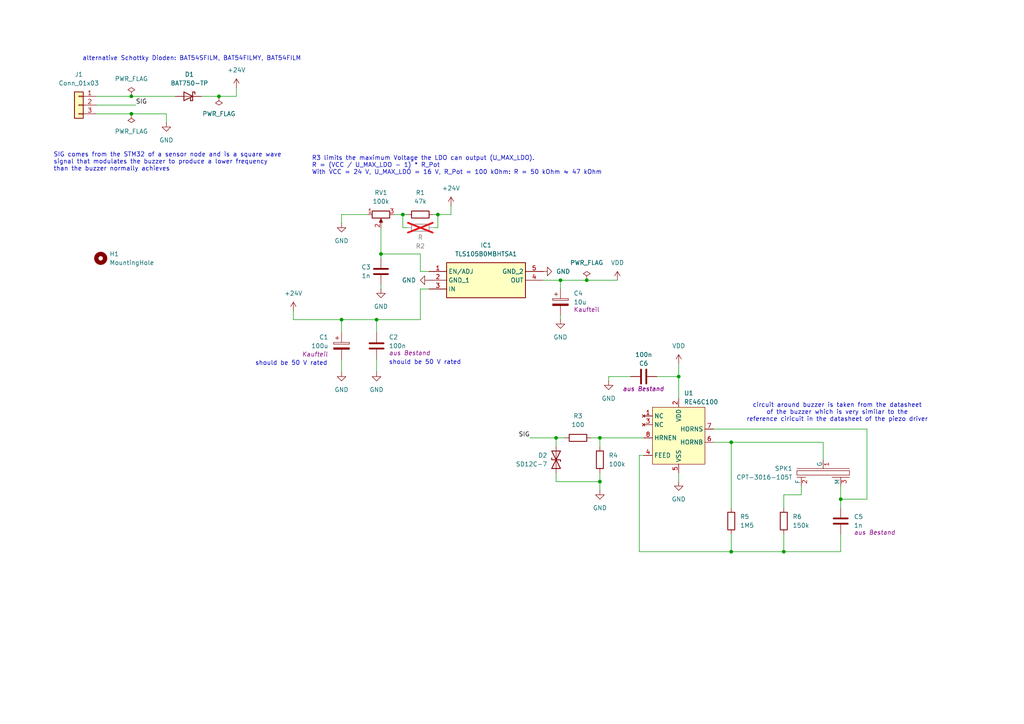
<source format=kicad_sch>
(kicad_sch (version 20231120) (generator "eeschema") (generator_version "8.0")
  (paper "A4")
  (title_block (title "Soundbox") (date "2024-12-04") (rev "FT25 v1.0") (company "FaSTTUBe"))
  (lib_symbols
    (symbol "Connector_Generic:Conn_01x03" (pin_names (offset 1.016) hide)
      (property "Reference" "J" (at 0 5.08 0))
      (property "Value" "Conn_01x03" (at 0 -5.08 0))
      (symbol "Conn_01x03_1_1"
        (rectangle (start -1.27 -2.413) (end 0 -2.667) (stroke (width 0.1524)))
        (rectangle (start -1.27 0.127) (end 0 -0.127) (stroke (width 0.1524)))
        (rectangle (start -1.27 2.667) (end 0 2.413) (stroke (width 0.1524)))
        (rectangle (start -1.27 3.81) (end 1.27 -3.81) (stroke (width 0.254)) (fill (type background)))
        (pin passive line (at -5.08 2.54 0) (length 3.81) (name "Pin_1") (number "1"))
        (pin passive line (at -5.08 0 0) (length 3.81) (name "Pin_2") (number "2"))
        (pin passive line (at -5.08 -2.54 0) (length 3.81) (name "Pin_3") (number "3"))
      )
    )
    (symbol "Device:C" (pin_numbers hide) (pin_names (offset 0.254))
      (property "Reference" "C" (at 0.635 2.54 0))
      (property "Value" "C" (at 0.635 -2.54 0))
      (symbol "C_0_1"
        (polyline (pts (xy -2.032 -0.762) (xy 2.032 -0.762)) (stroke (width 0.508)))
        (polyline (pts (xy -2.032 0.762) (xy 2.032 0.762)) (stroke (width 0.508)))
      )
      (symbol "C_1_1"
        (pin passive line (at 0 3.81 270) (length 2.794) (name "~") (number "1"))
        (pin passive line (at 0 -3.81 90) (length 2.794) (name "~") (number "2"))
      )
    )
    (symbol "Device:C_Polarized" (pin_numbers hide) (pin_names (offset 0.254))
      (property "Reference" "C" (at 0.635 2.54 0))
      (property "Value" "C_Polarized" (at 0.635 -2.54 0))
      (symbol "C_Polarized_0_1"
        (rectangle (start -2.286 0.508) (end 2.286 1.016))
        (polyline (pts (xy -1.778 2.286) (xy -0.762 2.286)))
        (polyline (pts (xy -1.27 2.794) (xy -1.27 1.778)))
        (rectangle (start 2.286 -0.508) (end -2.286 -1.016) (fill (type outline)))
      )
      (symbol "C_Polarized_1_1"
        (pin passive line (at 0 3.81 270) (length 2.794) (name "~") (number "1"))
        (pin passive line (at 0 -3.81 90) (length 2.794) (name "~") (number "2"))
      )
    )
    (symbol "Device:D_Schottky" (pin_numbers hide) (pin_names (offset 1.016) hide)
      (property "Reference" "D2" (at -0.3175 6.35 0))
      (property "Value" "BAT750-TP" (at -0.3175 3.81 0))
      (symbol "D_Schottky_0_1"
        (polyline (pts (xy 1.27 0) (xy -1.27 0)))
        (polyline (pts (xy 1.27 1.27) (xy 1.27 -1.27) (xy -1.27 0) (xy 1.27 1.27)) (stroke (width 0.254)))
        (polyline (pts (xy -1.905 0.635) (xy -1.905 1.27) (xy -1.27 1.27) (xy -1.27 -1.27) (xy -0.635 -1.27) (xy -0.635 -0.635)) (stroke (width 0.254)))
      )
      (symbol "D_Schottky_1_1"
        (pin passive line (at 3.81 0 180) (length 2.54) (name "A") (number "1"))
        (pin passive line (at -3.81 0 0) (length 2.54) (name "K") (number "3"))
      )
    )
    (symbol "Device:D_TVS" (pin_numbers hide) (pin_names (offset 1.016) hide)
      (property "Reference" "D" (at 0 2.54 0))
      (property "Value" "D_TVS" (at 0 -2.54 0))
      (symbol "D_TVS_0_1"
        (polyline (pts (xy 1.27 0) (xy -1.27 0)))
        (polyline (pts (xy 0.508 1.27) (xy 0 1.27) (xy 0 -1.27) (xy -0.508 -1.27)) (stroke (width 0.254)))
        (polyline (pts (xy -2.54 1.27) (xy -2.54 -1.27) (xy 2.54 1.27) (xy 2.54 -1.27) (xy -2.54 1.27)) (stroke (width 0.254)))
      )
      (symbol "D_TVS_1_1"
        (pin passive line (at -3.81 0 0) (length 2.54) (name "A1") (number "1"))
        (pin passive line (at 3.81 0 180) (length 2.54) (name "A2") (number "2"))
      )
    )
    (symbol "Device:R" (pin_numbers hide) (pin_names (offset 0))
      (property "Reference" "R" (at 2.032 0 90))
      (property "Value" "R" (at 0 0 90))
      (symbol "R_0_1"
        (rectangle (start -1.016 -2.54) (end 1.016 2.54) (stroke (width 0.254)))
      )
      (symbol "R_1_1"
        (pin passive line (at 0 3.81 270) (length 1.27) (name "~") (number "1"))
        (pin passive line (at 0 -3.81 90) (length 1.27) (name "~") (number "2"))
      )
    )
    (symbol "Device:R_Potentiometer" (pin_names (offset 1.016) hide)
      (property "Reference" "RV" (at -4.445 0 90))
      (property "Value" "R_Potentiometer" (at -2.54 0 90))
      (symbol "R_Potentiometer_0_1"
        (polyline (pts (xy 2.54 0) (xy 1.524 0)))
        (polyline (pts (xy 1.143 0) (xy 2.286 0.508) (xy 2.286 -0.508) (xy 1.143 0)) (fill (type outline)))
        (rectangle (start 1.016 2.54) (end -1.016 -2.54) (stroke (width 0.254)))
      )
      (symbol "R_Potentiometer_1_1"
        (pin passive line (at 0 3.81 270) (length 1.27) (name "1") (number "1"))
        (pin passive line (at 3.81 0 180) (length 1.27) (name "2") (number "2"))
        (pin passive line (at 0 -3.81 90) (length 1.27) (name "3") (number "3"))
      )
    )
    (symbol "Mechanical:MountingHole" (pin_names (offset 1.016)) (exclude_from_sim yes) (in_bom no)
      (property "Reference" "H" (at 0 5.08 0))
      (property "Value" "MountingHole" (at 0 3.175 0))
      (symbol "MountingHole_0_1"
        (circle (center 0 0) (radius 1.27) (stroke (width 1.27)))
      )
    )
    (symbol "power:+24V" (power) (pin_numbers hide) (pin_names (offset 0) hide)
      (property "Value" "+24V" (at 0 3.556 0))
      (symbol "+24V_0_1"
        (polyline (pts (xy -0.762 1.27) (xy 0 2.54)))
        (polyline (pts (xy 0 0) (xy 0 2.54)))
        (polyline (pts (xy 0 2.54) (xy 0.762 1.27)))
      )
      (symbol "+24V_1_1"
        (pin power_in line (at 0 0 90) (length 0) (name "~") (number "1"))
      )
    )
    (symbol "power:GND" (power) (pin_numbers hide) (pin_names (offset 0) hide)
      (property "Value" "GND" (at 0 -3.81 0))
      (symbol "GND_0_1"
        (polyline (pts (xy 0 0) (xy 0 -1.27) (xy 1.27 -1.27) (xy 0 -2.54) (xy -1.27 -1.27) (xy 0 -1.27)))
      )
      (symbol "GND_1_1"
        (pin power_in line (at 0 0 270) (length 0) (name "~") (number "1"))
      )
    )
    (symbol "power:PWR_FLAG" (power) (pin_numbers hide) (pin_names (offset 0) hide)
      (property "Value" "PWR_FLAG" (at 0 3.81 0))
      (symbol "PWR_FLAG_0_0"
        (pin power_out line (at 0 0 90) (length 0) (name "~") (number "1"))
      )
      (symbol "PWR_FLAG_0_1"
        (polyline (pts (xy 0 0) (xy 0 1.27) (xy -1.016 1.905) (xy 0 2.54) (xy 1.016 1.905) (xy 0 1.27)))
      )
    )
    (symbol "power:VDD" (power) (pin_numbers hide) (pin_names (offset 0) hide)
      (property "Value" "VDD" (at 0 3.556 0))
      (symbol "VDD_0_1"
        (polyline (pts (xy -0.762 1.27) (xy 0 2.54)))
        (polyline (pts (xy 0 0) (xy 0 2.54)))
        (polyline (pts (xy 0 2.54) (xy 0.762 1.27)))
      )
      (symbol "VDD_1_1"
        (pin power_in line (at 0 0 90) (length 0) (name "~") (number "1"))
      )
    )
    (symbol "soundbox:CPT-3016-105T" (pin_names (offset 0))
      (property "Reference" "SPK" (at -5.588 2.54 0))
      (property "Value" "CPT-3016-105T" (at 10.668 2.54 0))
      (symbol "CPT-3016-105T_0_0"
        (pin passive line (at 0 3.81 270) (length 2.54) (name "G") (number "1"))
        (pin passive line (at -6.35 -3.81 90) (length 2.54) (name "F") (number "2"))
        (pin passive line (at 5.08 -3.81 90) (length 2.54) (name "M") (number "3"))
      )
      (symbol "CPT-3016-105T_0_1"
        (rectangle (start -7.62 0.635) (end 7.62 -0.635))
        (polyline (pts (xy -7.62 -1.27) (xy -5.08 -1.27)))
        (polyline (pts (xy 7.62 -1.27) (xy 2.54 -1.27)))
        (polyline (pts (xy 7.62 1.27) (xy -7.62 1.27)))
      )
    )
    (symbol "soundbox:RE46C100"
      (property "Reference" "U" (at -6.604 9.144 0))
      (property "Value" "RE46C100" (at 5.842 9.144 0))
      (symbol "RE46C100_0_0"
        (pin no_connect line (at -10.16 5.08 0) (length 2.54) (name "NC") (number "1"))
        (pin power_in line (at 0 10.16 270) (length 2.54) (name "VDD") (number "2"))
        (pin no_connect line (at -10.16 2.54 0) (length 2.54) (name "NC") (number "3"))
        (pin input line (at -10.16 -6.35 0) (length 2.54) (name "FEED") (number "4"))
        (pin power_in line (at 0 -11.43 90) (length 2.54) (name "VSS") (number "5"))
        (pin output line (at 10.16 -2.54 180) (length 2.54) (name "HORNB") (number "6"))
        (pin output line (at 10.16 1.27 180) (length 2.54) (name "HORNS") (number "7"))
        (pin input line (at -10.16 -1.27 0) (length 2.54) (name "HRNEN") (number "8"))
      )
      (symbol "RE46C100_1_1"
        (rectangle (start -7.62 7.62) (end 7.62 -8.89) (fill (type background)))
      )
    )
    (symbol "soundbox:TLS105B0MBHTSA1"
      (property "Reference" "IC" (at 29.21 7.62 0))
      (property "Value" "TLS105B0MBHTSA1" (at 29.21 5.08 0))
      (symbol "TLS105B0MBHTSA1_1_1"
        (rectangle (start 5.08 2.54) (end 27.94 -7.62) (stroke (width 0.254)) (fill (type background)))
        (pin passive line (at 0 0 0) (length 5.08) (name "EN/ADJ") (number "1"))
        (pin passive line (at 0 -2.54 0) (length 5.08) (name "GND_1") (number "2"))
        (pin passive line (at 0 -5.08 0) (length 5.08) (name "IN") (number "3"))
        (pin passive line (at 33.02 -2.54 180) (length 5.08) (name "OUT") (number "4"))
        (pin passive line (at 33.02 0 180) (length 5.08) (name "GND_2") (number "5"))
      )
    )
  )
  (junction (at 196.85 109.22))
  (junction (at 173.99 139.7))
  (junction (at 38.1 27.94))
  (junction (at 243.84 144.78))
  (junction (at 63.5 27.94))
  (junction (at 99.06 92.71))
  (junction (at 110.49 73.66))
  (junction (at 38.1 33.02))
  (junction (at 116.84 62.23))
  (junction (at 109.22 92.71))
  (junction (at 162.56 81.28))
  (junction (at 127 62.23))
  (junction (at 161.29 127))
  (junction (at 212.09 160.02))
  (junction (at 212.09 128.27))
  (junction (at 227.33 160.02))
  (junction (at 173.99 127))
  (junction (at 170.18 81.28))
  (wire (pts (xy 27.94 27.94) (xy 38.1 27.94)))
  (wire (pts (xy 171.45 127) (xy 173.99 127)))
  (wire (pts (xy 243.84 140.97) (xy 243.84 144.78)))
  (wire (pts (xy 227.33 147.32) (xy 227.33 143.51)))
  (wire (pts (xy 207.01 128.27) (xy 212.09 128.27)))
  (wire (pts (xy 110.49 74.93) (xy 110.49 73.66)))
  (wire (pts (xy 125.73 62.23) (xy 127 62.23)))
  (wire (pts (xy 27.94 33.02) (xy 38.1 33.02)))
  (wire (pts (xy 109.22 92.71) (xy 121.92 92.71)))
  (wire (pts (xy 109.22 104.14) (xy 109.22 107.95)))
  (wire (pts (xy 170.18 81.28) (xy 179.07 81.28)))
  (wire (pts (xy 173.99 127) (xy 186.69 127)))
  (wire (pts (xy 121.92 73.66) (xy 121.92 78.74)))
  (wire (pts (xy 118.11 66.04) (xy 116.84 66.04)))
  (wire (pts (xy 48.26 33.02) (xy 48.26 35.56)))
  (wire (pts (xy 196.85 137.16) (xy 196.85 139.7)))
  (wire (pts (xy 63.5 27.94) (xy 68.58 27.94)))
  (wire (pts (xy 190.5 109.22) (xy 196.85 109.22)))
  (wire (pts (xy 161.29 139.7) (xy 173.99 139.7)))
  (wire (pts (xy 27.94 30.48) (xy 39.37 30.48)))
  (wire (pts (xy 110.49 73.66) (xy 121.92 73.66)))
  (wire (pts (xy 99.06 92.71) (xy 99.06 96.52)))
  (wire (pts (xy 162.56 91.44) (xy 162.56 92.71)))
  (wire (pts (xy 212.09 154.94) (xy 212.09 160.02)))
  (wire (pts (xy 243.84 144.78) (xy 251.46 144.78)))
  (wire (pts (xy 109.22 92.71) (xy 99.06 92.71)))
  (wire (pts (xy 251.46 124.46) (xy 207.01 124.46)))
  (wire (pts (xy 85.09 90.17) (xy 85.09 92.71)))
  (wire (pts (xy 110.49 83.82) (xy 110.49 82.55)))
  (wire (pts (xy 212.09 128.27) (xy 238.76 128.27)))
  (wire (pts (xy 58.42 27.94) (xy 63.5 27.94)))
  (wire (pts (xy 227.33 143.51) (xy 232.41 143.51)))
  (wire (pts (xy 173.99 137.16) (xy 173.99 139.7)))
  (wire (pts (xy 243.84 154.94) (xy 243.84 160.02)))
  (wire (pts (xy 162.56 81.28) (xy 162.56 83.82)))
  (wire (pts (xy 127 66.04) (xy 127 62.23)))
  (wire (pts (xy 243.84 144.78) (xy 243.84 147.32)))
  (wire (pts (xy 232.41 143.51) (xy 232.41 140.97)))
  (wire (pts (xy 161.29 127) (xy 163.83 127)))
  (wire (pts (xy 118.11 62.23) (xy 116.84 62.23)))
  (wire (pts (xy 162.56 81.28) (xy 170.18 81.28)))
  (wire (pts (xy 110.49 66.04) (xy 110.49 73.66)))
  (wire (pts (xy 161.29 137.16) (xy 161.29 139.7)))
  (wire (pts (xy 116.84 66.04) (xy 116.84 62.23)))
  (wire (pts (xy 227.33 160.02) (xy 243.84 160.02)))
  (wire (pts (xy 116.84 62.23) (xy 114.3 62.23)))
  (wire (pts (xy 99.06 64.77) (xy 99.06 62.23)))
  (wire (pts (xy 153.67 127) (xy 161.29 127)))
  (wire (pts (xy 185.42 160.02) (xy 212.09 160.02)))
  (wire (pts (xy 161.29 127) (xy 161.29 129.54)))
  (wire (pts (xy 173.99 139.7) (xy 173.99 142.24)))
  (wire (pts (xy 196.85 105.41) (xy 196.85 109.22)))
  (wire (pts (xy 99.06 92.71) (xy 85.09 92.71)))
  (wire (pts (xy 127 62.23) (xy 130.81 62.23)))
  (wire (pts (xy 173.99 127) (xy 173.99 129.54)))
  (wire (pts (xy 212.09 128.27) (xy 212.09 147.32)))
  (wire (pts (xy 185.42 132.08) (xy 185.42 160.02)))
  (wire (pts (xy 38.1 33.02) (xy 48.26 33.02)))
  (wire (pts (xy 121.92 92.71) (xy 121.92 83.82)))
  (wire (pts (xy 121.92 78.74) (xy 124.46 78.74)))
  (wire (pts (xy 68.58 25.4) (xy 68.58 27.94)))
  (wire (pts (xy 238.76 128.27) (xy 238.76 133.35)))
  (wire (pts (xy 38.1 27.94) (xy 50.8 27.94)))
  (wire (pts (xy 196.85 109.22) (xy 196.85 115.57)))
  (wire (pts (xy 130.81 62.23) (xy 130.81 59.69)))
  (wire (pts (xy 121.92 83.82) (xy 124.46 83.82)))
  (wire (pts (xy 212.09 160.02) (xy 227.33 160.02)))
  (wire (pts (xy 176.53 109.22) (xy 176.53 110.49)))
  (wire (pts (xy 227.33 154.94) (xy 227.33 160.02)))
  (wire (pts (xy 186.69 132.08) (xy 185.42 132.08)))
  (wire (pts (xy 182.88 109.22) (xy 176.53 109.22)))
  (wire (pts (xy 157.48 81.28) (xy 162.56 81.28)))
  (wire (pts (xy 251.46 144.78) (xy 251.46 124.46)))
  (wire (pts (xy 99.06 62.23) (xy 106.68 62.23)))
  (wire (pts (xy 99.06 104.14) (xy 99.06 107.95)))
  (wire (pts (xy 109.22 92.71) (xy 109.22 96.52)))
  (wire (pts (xy 125.73 66.04) (xy 127 66.04)))
  (text "R3 limits the maximum Voltage the LDO can output (U_MAX_LDO).\nR = (VCC / U_MAX_LDO - 1) * R_Pot\nWith VCC = 24 V, U_MAX_LDO = 16 V, R_Pot = 100 kOhm: R = 50 kOhm ≈ 47 kOhm" (at 90.424 48.006 0) (effects (font (size 1.27 1.27)) (justify left)))
  (text "circuit around buzzer is taken from the datasheet\nof the buzzer which is very similar to the\nreference ciricuit in the datasheet of the piezo driver" (at 242.824 119.634 0) (effects (font (size 1.27 1.27))))
  (text "should be 50 V rated" (at 112.776 105.156 0) (effects (font (size 1.27 1.27)) (justify left)))
  (text "alternative Schottky Dioden: BAT54SFILM, BAT54FILMY, BAT54FILM" (at 55.626 17.018 0) (effects (font (size 1.27 1.27))))
  (text "should be 50 V rated" (at 94.996 105.41 0) (effects (font (size 1.27 1.27)) (justify right)))
  (text "SIG comes from the STM32 of a sensor node and is a square wave\nsignal that modulates the buzzer to produce a lower frequency\nthan the buzzer normally achieves" (at 15.494 46.99 0) (effects (font (size 1.27 1.27)) (justify left)))
  (label "SIG" (at 153.67 127 180))
  (label "SIG" (at 39.37 30.48 0))
  (symbol (lib_id "power:+24V") (at 68.58 25.4 0) (unit 1)
    (property "Reference" "#PWR02" (effects (hide yes)))
    (property "Value" "+24V" (at 68.58 20.32 0))
    (property "Description" "Power symbol creates a global label with name \"+24V\"" (effects (hide yes)))
  )
  (symbol (lib_id "Device:C") (at 109.22 100.33 0) (unit 1)
    (property "Reference" "C2" (at 112.776 97.79 0) (effects (justify left)))
    (property "Value" "100n" (at 112.776 100.33 0) (effects (justify left)))
    (property "Footprint" "Capacitor_SMD:C_0603_1608Metric_Pad1.08x0.95mm_HandSolder" (effects (hide yes)))
    (property "Description" "Unpolarized capacitor" (effects (hide yes)))
    (property "source" "aus Bestand" (at 112.776 102.3621 0) (effects (font (italic yes)) (justify left)))
  )
  (symbol (lib_id "power:+24V") (at 85.09 90.17 0) (unit 1)
    (property "Reference" "#PWR03" (effects (hide yes)))
    (property "Value" "+24V" (at 85.09 85.09 0))
    (property "Description" "Power symbol creates a global label with name \"+24V\"" (effects (hide yes)))
  )
  (symbol (lib_id "Device:C") (at 243.84 151.13 0) (unit 1)
    (property "Reference" "C5" (at 247.65 149.8599 0) (effects (justify left)))
    (property "Value" "1n" (at 247.65 152.3999 0) (effects (justify left)))
    (property "Footprint" "Capacitor_SMD:C_0603_1608Metric_Pad1.08x0.95mm_HandSolder" (effects (hide yes)))
    (property "Description" "Unpolarized capacitor" (effects (hide yes)))
    (property "source" "aus Bestand" (at 247.65 154.432 0) (effects (font (italic yes)) (justify left)))
  )
  (symbol (lib_id "power:GND") (at 176.53 110.49 0) (unit 1)
    (property "Reference" "#PWR016" (effects (hide yes)))
    (property "Value" "GND" (at 176.53 115.57 0))
    (property "Description" "Power symbol creates a global label with name \"GND\" , ground" (effects (hide yes)))
  )
  (symbol (lib_id "power:GND") (at 99.06 107.95 0) (unit 1)
    (property "Reference" "#PWR05" (effects (hide yes)))
    (property "Value" "GND" (at 99.06 113.03 0))
    (property "Description" "Power symbol creates a global label with name \"GND\" , ground" (effects (hide yes)))
  )
  (symbol (lib_id "power:+24V") (at 130.81 59.69 0) (mirror y) (unit 1)
    (property "Reference" "#PWR09" (effects (hide yes)))
    (property "Value" "+24V" (at 130.81 54.61 0))
    (property "Description" "Power symbol creates a global label with name \"+24V\"" (effects (hide yes)))
  )
  (symbol (lib_id "Device:C_Polarized") (at 162.56 87.63 0) (unit 1)
    (property "Reference" "C4" (at 166.37 85.09 0) (effects (justify left)))
    (property "Value" "10u" (at 166.37 87.63 0) (effects (justify left)))
    (property "Footprint" "soundbox:EEE0GA101SR" (effects (hide yes)))
    (property "Datasheet" "http://industrial.panasonic.com/cdbs/www-data/pdf/RDE0000/ABA0000C1181.pdf" (effects (hide yes)))
    (property "Description" "Polarized capacitor" (effects (hide yes)))
    (property "Height" "6.5" (effects (hide yes)))
    (property "Manufacturer_Name" "Panasonic" (effects (hide yes)))
    (property "Manufacturer_Part_Number" "EEE-FK1V100R" (effects (hide yes)))
    (property "Mouser Part Number" "667-EEE-FK1V100R" (effects (hide yes)))
    (property "Mouser Price/Stock" "https://www.mouser.co.uk/ProductDetail/Panasonic/EEE-FK1V100R?qs=qE6bgDGEOCsyhLm838k2dA%3D%3D" (effects (hide yes)))
    (property "source" "Kaufteil" (at 166.37 89.7891 0) (effects (justify left)))
  )
  (symbol (lib_id "Device:D_Schottky") (at 54.61 27.94 0) (mirror y) (unit 1)
    (property "Reference" "D1" (at 54.9275 21.59 0))
    (property "Value" "BAT750-TP" (at 54.9275 24.13 0))
    (property "Footprint" "Package_TO_SOT_SMD:SOT-23_Handsoldering" (effects (hide yes)))
    (property "Datasheet" "https://eu.mouser.com/datasheet/2/258/BAT750_SOT_23_-3365222.pdf" (effects (hide yes)))
    (property "Description" "Schottky diode" (effects (hide yes)))
  )
  (symbol (lib_id "Connector_Generic:Conn_01x03") (at 22.86 30.48 0) (mirror y) (unit 1)
    (property "Reference" "J1" (at 22.86 21.59 0))
    (property "Value" "Conn_01x03" (at 22.86 24.13 0))
    (property "Footprint" "Connector_Wire:SolderWire-0.25sqmm_1x03_P4.5mm_D0.65mm_OD2mm" (effects (hide yes)))
    (property "Description" "Generic connector, single row, 01x03, script generated (kicad-library-utils/schlib/autogen/connector/)" (effects (hide yes)))
  )
  (symbol (lib_id "power:VDD") (at 196.85 105.41 0) (unit 1)
    (property "Reference" "#PWR014" (effects (hide yes)))
    (property "Value" "VDD" (at 196.85 100.33 0))
    (property "Description" "Power symbol creates a global label with name \"VDD\"" (effects (hide yes)))
  )
  (symbol (lib_id "power:VDD") (at 179.07 81.28 0) (unit 1)
    (property "Reference" "#PWR013" (effects (hide yes)))
    (property "Value" "VDD" (at 179.07 76.2 0))
    (property "Description" "Power symbol creates a global label with name \"VDD\"" (effects (hide yes)))
  )
  (symbol (lib_id "power:GND") (at 99.06 64.77 0) (unit 1)
    (property "Reference" "#PWR04" (effects (hide yes)))
    (property "Value" "GND" (at 99.06 69.85 0))
    (property "Description" "Power symbol creates a global label with name \"GND\" , ground" (effects (hide yes)))
  )
  (symbol (lib_id "Device:C") (at 110.49 78.74 180) (unit 1)
    (property "Reference" "C3" (at 106.172 77.47 0))
    (property "Value" "1n" (at 106.172 80.01 0))
    (property "Footprint" "Capacitor_SMD:C_0603_1608Metric_Pad1.08x0.95mm_HandSolder" (effects (hide yes)))
    (property "Description" "Unpolarized capacitor" (effects (hide yes)))
  )
  (symbol (lib_id "power:GND") (at 173.99 142.24 0) (unit 1)
    (property "Reference" "#PWR012" (effects (hide yes)))
    (property "Value" "GND" (at 173.99 147.32 0))
    (property "Description" "Power symbol creates a global label with name \"GND\" , ground" (effects (hide yes)))
  )
  (symbol (lib_id "soundbox:TLS105B0MBHTSA1") (at 124.46 78.74 0) (unit 1)
    (property "Reference" "IC1" (at 140.97 71.12 0))
    (property "Value" "TLS105B0MBHTSA1" (at 140.97 73.66 0))
    (property "Footprint" "soundbox:PG-SCT595-5" (effects (hide yes)))
    (property "Datasheet" "https://componentsearchengine.com/Datasheets/1/TLS105B0MBHTSA1.pdf" (effects (hide yes)))
    (property "Description" "LDO Voltage Regulators LINEAR VOLTAGE REGULATOR" (effects (hide yes)))
    (property "Height" "1.1" (effects (hide yes)))
    (property "Mouser Part Number" "726-TLS105B0MBHTSA1" (effects (hide yes)))
    (property "Mouser Price/Stock" "https://www.mouser.co.uk/ProductDetail/Infineon-Technologies/TLS105B0MBHTSA1?qs=F5EMLAvA7ID68BPIw0f4TQ%3D%3D" (effects (hide yes)))
    (property "Manufacturer_Name" "Infineon" (effects (hide yes)))
    (property "Manufacturer_Part_Number" "TLS105B0MBHTSA1" (effects (hide yes)))
  )
  (symbol (lib_id "Device:D_TVS") (at 161.29 133.35 270) (unit 1)
    (property "Reference" "D2" (at 158.75 132.0799 90) (effects (justify right)))
    (property "Value" "SD12C-7" (at 158.75 134.6199 90) (effects (justify right)))
    (property "Footprint" "Diode_SMD:D_SOD-323_HandSoldering" (effects (hide yes)))
    (property "Datasheet" "https://eu.mouser.com/datasheet/2/115/DIOD_S_A0009691744_1-2543273.pdf" (effects (hide yes)))
    (property "Description" "Bidirectional transient-voltage-suppression diode SD12C-7" (effects (hide yes)))
  )
  (symbol (lib_id "power:GND") (at 110.49 83.82 0) (unit 1)
    (property "Reference" "#PWR07" (effects (hide yes)))
    (property "Value" "GND" (at 110.49 88.9 0))
    (property "Description" "Power symbol creates a global label with name \"GND\" , ground" (effects (hide yes)))
  )
  (symbol (lib_id "power:PWR_FLAG") (at 63.5 27.94 0) (mirror x) (unit 1)
    (property "Reference" "#FLG03" (effects (hide yes)))
    (property "Value" "PWR_FLAG" (at 63.5 33.02 0))
    (property "Description" "Special symbol for telling ERC where power comes from" (effects (hide yes)))
  )
  (symbol (lib_id "Device:R") (at 121.92 62.23 270) (mirror x) (unit 1)
    (property "Reference" "R1" (at 121.92 55.88 90))
    (property "Value" "47k" (at 121.92 58.42 90))
    (property "Footprint" "Resistor_SMD:R_0603_1608Metric_Pad0.98x0.95mm_HandSolder" (effects (hide yes)))
    (property "Description" "Resistor" (effects (hide yes)))
  )
  (symbol (lib_id "Device:C") (at 186.69 109.22 90) (unit 1)
    (property "Reference" "C6" (at 186.69 105.4101 90))
    (property "Value" "100n" (at 186.69 102.8701 90))
    (property "Footprint" "Capacitor_SMD:C_0603_1608Metric_Pad1.08x0.95mm_HandSolder" (effects (hide yes)))
    (property "Description" "Unpolarized capacitor" (effects (hide yes)))
    (property "source" "aus Bestand" (at 186.69 112.776 90) (effects (font (italic yes))))
  )
  (symbol (lib_id "Device:R") (at 121.92 66.04 270) (mirror x) (unit 1) (dnp yes)
    (property "Reference" "R2" (at 121.92 71.374 90))
    (property "Value" "R" (at 121.92 68.834 90))
    (property "Footprint" "Resistor_SMD:R_0603_1608Metric_Pad0.98x0.95mm_HandSolder" (effects (hide yes)))
    (property "Description" "Resistor" (effects (hide yes)))
  )
  (symbol (lib_id "Device:R_Potentiometer") (at 110.49 62.23 90) (mirror x) (unit 1)
    (property "Reference" "RV1" (at 110.49 55.88 90))
    (property "Value" "100k" (at 110.49 58.42 90))
    (property "Footprint" "soundbox:06TR4FA104DPR" (effects (hide yes)))
    (property "Datasheet" "https://www.mouser.de/datasheet/2/96/CTS_Trimmer_Potentiometer_06TR_Datasheet-3400490.pdf" (effects (hide yes)))
    (property "Description" "Potentiometer 06TR4FA104DPR" (effects (hide yes)))
    (property "MMN" "06TR4FA104DPR" (effects (hide yes)))
  )
  (symbol (lib_id "power:GND") (at 196.85 139.7 0) (unit 1)
    (property "Reference" "#PWR015" (effects (hide yes)))
    (property "Value" "GND" (at 196.85 144.78 0))
    (property "Description" "Power symbol creates a global label with name \"GND\" , ground" (effects (hide yes)))
  )
  (symbol (lib_id "power:GND") (at 162.56 92.71 0) (unit 1)
    (property "Reference" "#PWR011" (effects (hide yes)))
    (property "Value" "GND" (at 162.56 97.79 0))
    (property "Description" "Power symbol creates a global label with name \"GND\" , ground" (effects (hide yes)))
  )
  (symbol (lib_id "power:GND") (at 109.22 107.95 0) (unit 1)
    (property "Reference" "#PWR06" (effects (hide yes)))
    (property "Value" "GND" (at 109.22 113.03 0))
    (property "Description" "Power symbol creates a global label with name \"GND\" , ground" (effects (hide yes)))
  )
  (symbol (lib_id "power:GND") (at 48.26 35.56 0) (unit 1)
    (property "Reference" "#PWR01" (effects (hide yes)))
    (property "Value" "GND" (at 48.26 40.64 0))
    (property "Description" "Power symbol creates a global label with name \"GND\" , ground" (effects (hide yes)))
  )
  (symbol (lib_id "Device:R") (at 167.64 127 90) (unit 1)
    (property "Reference" "R3" (at 167.64 120.65 90))
    (property "Value" "100" (at 167.64 123.19 90))
    (property "Footprint" "Resistor_SMD:R_0603_1608Metric_Pad0.98x0.95mm_HandSolder" (effects (hide yes)))
    (property "Description" "Resistor" (effects (hide yes)))
  )
  (symbol (lib_id "power:PWR_FLAG") (at 170.18 81.28 0) (unit 1)
    (property "Reference" "#FLG04" (effects (hide yes)))
    (property "Value" "PWR_FLAG" (at 170.18 76.2 0))
    (property "Description" "Special symbol for telling ERC where power comes from" (effects (hide yes)))
  )
  (symbol (lib_id "power:PWR_FLAG") (at 38.1 33.02 0) (mirror x) (unit 1)
    (property "Reference" "#FLG02" (effects (hide yes)))
    (property "Value" "PWR_FLAG" (at 38.1 38.1 0))
    (property "Description" "Special symbol for telling ERC where power comes from" (effects (hide yes)))
  )
  (symbol (lib_id "Device:R") (at 227.33 151.13 0) (unit 1)
    (property "Reference" "R6" (at 229.87 149.8599 0) (effects (justify left)))
    (property "Value" "150k" (at 229.87 152.3999 0) (effects (justify left)))
    (property "Footprint" "Resistor_SMD:R_0603_1608Metric_Pad0.98x0.95mm_HandSolder" (effects (hide yes)))
    (property "Description" "Resistor" (effects (hide yes)))
  )
  (symbol (lib_id "Device:R") (at 173.99 133.35 0) (unit 1)
    (property "Reference" "R4" (at 176.53 132.0799 0) (effects (justify left)))
    (property "Value" "100k" (at 176.53 134.6199 0) (effects (justify left)))
    (property "Footprint" "Resistor_SMD:R_0603_1608Metric_Pad0.98x0.95mm_HandSolder" (effects (hide yes)))
    (property "Description" "Resistor" (effects (hide yes)))
  )
  (symbol (lib_id "power:GND") (at 157.48 78.74 90) (unit 1)
    (property "Reference" "#PWR010" (effects (hide yes)))
    (property "Value" "GND" (at 161.29 78.7399 90) (effects (justify right)))
    (property "Description" "Power symbol creates a global label with name \"GND\" , ground" (effects (hide yes)))
  )
  (symbol (lib_id "power:PWR_FLAG") (at 38.1 27.94 0) (unit 1)
    (property "Reference" "#FLG01" (effects (hide yes)))
    (property "Value" "PWR_FLAG" (at 38.1 22.86 0))
    (property "Description" "Special symbol for telling ERC where power comes from" (effects (hide yes)))
  )
  (symbol (lib_id "Mechanical:MountingHole") (at 29.21 74.93 0) (unit 1) (exclude_from_sim yes) (in_bom no)
    (property "Reference" "H1" (at 31.75 73.6599 0) (effects (justify left)))
    (property "Value" "MountingHole" (at 31.75 76.1999 0) (effects (justify left)))
    (property "Footprint" "MountingHole:MountingHole_3.2mm_M3_DIN965" (effects (hide yes)))
    (property "Description" "Mounting Hole without connection" (effects (hide yes)))
  )
  (symbol (lib_id "soundbox:RE46C100") (at 196.85 125.73 0) (unit 1)
    (property "Reference" "U1" (at 198.374 114.046 0) (effects (justify left)))
    (property "Value" "RE46C100" (at 198.374 116.586 0) (effects (justify left)))
    (property "Footprint" "Package_SO:SOIC-8_3.9x4.9mm_P1.27mm" (effects (hide yes)))
    (property "Datasheet" "https://www.mouser.de/datasheet/2/268/20002166B-3443049.pdf" (effects (hide yes)))
    (property "Description" "Piezoelectric Horn Driver Circuit" (effects (hide yes)))
  )
  (symbol (lib_id "soundbox:CPT-3016-105T") (at 238.76 137.16 0) (unit 1)
    (property "Reference" "SPK1" (at 229.87 135.89 0) (effects (justify right)))
    (property "Value" "CPT-3016-105T" (at 229.87 138.43 0) (effects (justify right)))
    (property "Footprint" "soundbox:CPT-3016-105T" (effects (hide yes)))
    (property "Datasheet" "https://www.mouser.de/datasheet/2/1628/cpt_3016_105t-3509585.pdf" (effects (hide yes)))
    (property "Description" "PIEZO BUZZER TRANSDUCER" (effects (hide yes)))
  )
  (symbol (lib_id "Device:C_Polarized") (at 99.06 100.33 0) (unit 1)
    (property "Reference" "C1" (at 95.25 97.79 0) (effects (justify right)))
    (property "Value" "100u" (at 95.25 100.33 0) (effects (justify right)))
    (property "Footprint" "soundbox:EEE1AA101SP" (effects (hide yes)))
    (property "Datasheet" "http://industrial.panasonic.com/cdbs/www-data/pdf/RDE0000/ABA0000C1240.pdf" (effects (hide yes)))
    (property "Description" "Polarized capacitor" (effects (hide yes)))
    (property "Height" "7.8" (effects (hide yes)))
    (property "Manufacturer_Name" "Panasonic" (effects (hide yes)))
    (property "Manufacturer_Part_Number" "EEE-FT1V101AP" (effects (hide yes)))
    (property "Mouser Part Number" "667-EEE-FT1V101AP" (effects (hide yes)))
    (property "Mouser Price/Stock" "https://www.mouser.co.uk/ProductDetail/Panasonic/EEE-FT1V101AP?qs=CMJjuEs1%252BuEsbOqam%2FkTqg%3D%3D" (effects (hide yes)))
    (property "source" "Kaufteil" (at 94.996 102.7431 0) (effects (font (italic yes)) (justify right)))
  )
  (symbol (lib_id "power:GND") (at 124.46 81.28 270) (unit 1)
    (property "Reference" "#PWR08" (effects (hide yes)))
    (property "Value" "GND" (at 120.65 81.2799 90) (effects (justify right)))
    (property "Description" "Power symbol creates a global label with name \"GND\" , ground" (effects (hide yes)))
  )
  (symbol (lib_id "Device:R") (at 212.09 151.13 0) (unit 1)
    (property "Reference" "R5" (at 214.63 149.8599 0) (effects (justify left)))
    (property "Value" "1M5" (at 214.63 152.3999 0) (effects (justify left)))
    (property "Footprint" "Resistor_SMD:R_0603_1608Metric_Pad0.98x0.95mm_HandSolder" (effects (hide yes)))
    (property "Description" "Resistor" (effects (hide yes)))
  )
)
</source>
